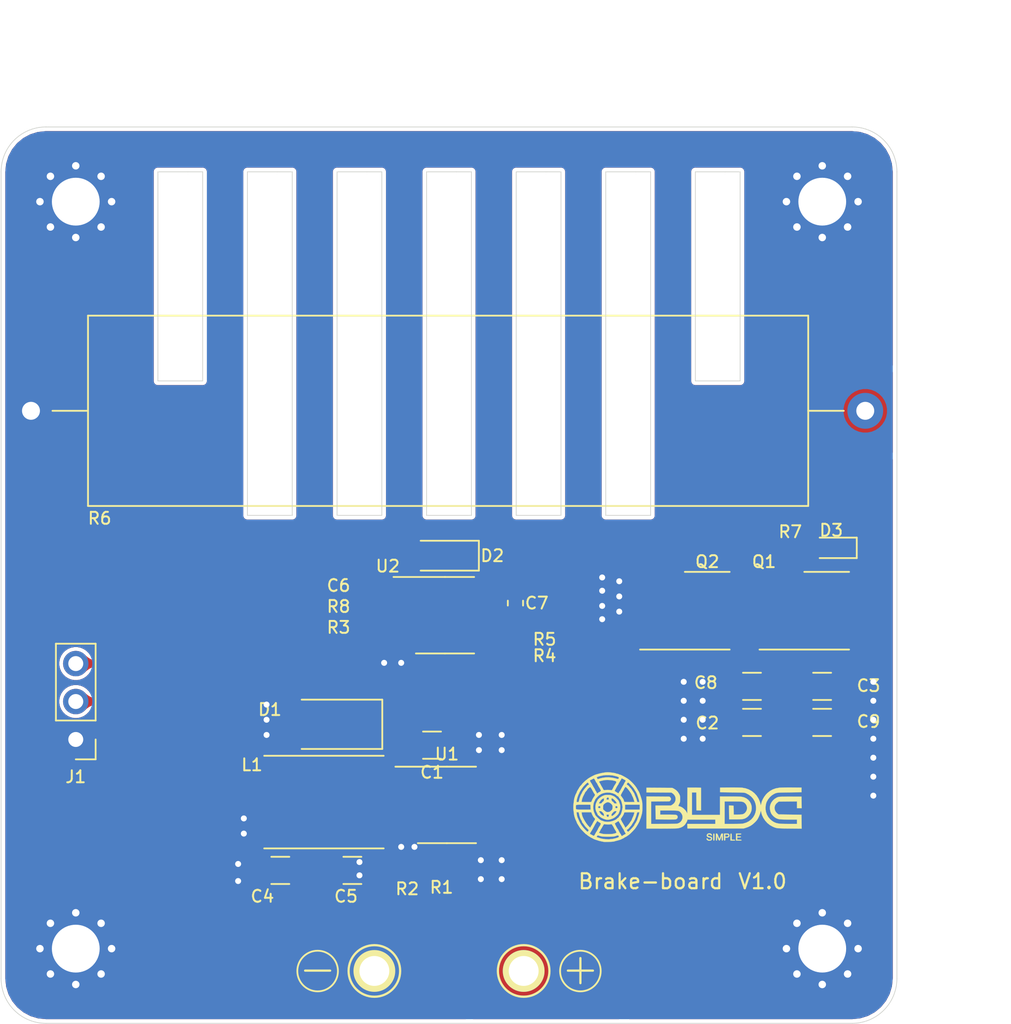
<source format=kicad_pcb>
(kicad_pcb (version 20171130) (host pcbnew "(5.1.6)-1")
  (layers (0 F.Cu signal) (31 B.Cu signal) (34 B.Paste user) (35 F.Paste user) (36 B.SilkS user) (37 F.SilkS user) (38 B.Mask user) (39 F.Mask user) (44 Edge.Cuts user))
  (net 0 "")
  (net 1 VBUS)
  (net 2 GND)
  (net 3 +9V)
  (net 4 "Net-(C7-Pad2)")
  (net 5 "Net-(C7-Pad1)")
  (net 6 "Net-(D1-Pad1)")
  (net 7 "Net-(D3-Pad2)")
  (net 8 /BRAKE_H)
  (net 9 "Net-(Q1-Pad1)")
  (net 10 "Net-(Q2-Pad1)")
  (net 11 "Net-(R1-Pad1)")
  (net 12 "Net-(R3-Pad2)")
  (net 13 "Net-(R4-Pad2)")
  (net 14 "Net-(R5-Pad2)")
  (net 15 "Net-(J1-Pad3)")
  (module Resistor_SMD:R_0402_1005Metric (layer F.Cu) (at 151.4348 118.1108)
    (fp_text reference R8 (at -1.8348 -0.0108) (layer F.SilkS) (effects (font (size 0.8 0.8) (thickness 0.13))))
    (fp_text value 100R)
    (pad 1 smd roundrect (at -0.485 0) (size 0.59 0.64) (layers F.Cu F.Paste F.Mask) (net 15 "Net-(J1-Pad3)"))
    (pad 2 smd roundrect (at 0.485 0) (size 0.59 0.64) (layers F.Cu F.Paste F.Mask) (net 8 /BRAKE_H))
  )
  (module crf1:1pin_2mm (layer F.Cu) (at 162 142.494)
    (fp_text reference POS1 hide)
    (fp_text value POS)
    (pad 1 thru_hole circle (at 0 0) (size 2.8 2.8) (drill 2) (layers *.Cu *.Mask F.SilkS) (net 1 VBUS))
  )
  (module crf1:1pin_2mm (layer F.Cu) (at 152 142.494)
    (fp_text reference NEG1 hide)
    (fp_text value MOTOR3)
    (pad 1 thru_hole circle (at 0 0) (size 2.8 2.8) (drill 2) (layers *.Cu *.Mask F.SilkS) (net 2 GND))
  )
  (module Package_SO:SOIC-8_3.9x4.9mm_P1.27mm (layer F.Cu) (at 156.732 118.683)
    (fp_text reference U2 (at -3.832 -3.283) (layer F.SilkS) (effects (font (size 0.8 0.8) (thickness 0.13))))
    (fp_text value IRS2101S)
    (pad 1 smd roundrect (at -2.475 -1.905) (size 1.95 0.6) (layers F.Cu F.Paste F.Mask) (net 3 +9V))
    (pad 2 smd roundrect (at -2.475 -0.635) (size 1.95 0.6) (layers F.Cu F.Paste F.Mask) (net 8 /BRAKE_H))
    (pad 3 smd roundrect (at -2.475 0.635) (size 1.95 0.6) (layers F.Cu F.Paste F.Mask) (net 12 "Net-(R3-Pad2)"))
    (pad 4 smd roundrect (at -2.475 1.905) (size 1.95 0.6) (layers F.Cu F.Paste F.Mask) (net 2 GND))
    (pad 5 smd roundrect (at 2.475 1.905) (size 1.95 0.6) (layers F.Cu F.Paste F.Mask) (net 14 "Net-(R5-Pad2)"))
    (pad 6 smd roundrect (at 2.475 0.635) (size 1.95 0.6) (layers F.Cu F.Paste F.Mask) (net 4 "Net-(C7-Pad2)"))
    (pad 7 smd roundrect (at 2.475 -0.635) (size 1.95 0.6) (layers F.Cu F.Paste F.Mask) (net 13 "Net-(R4-Pad2)"))
    (pad 8 smd roundrect (at 2.475 -1.905) (size 1.95 0.6) (layers F.Cu F.Paste F.Mask) (net 5 "Net-(C7-Pad1)"))
  )
  (module Package_SO:SOIC-8_3.9x4.9mm_P1.27mm (layer F.Cu) (at 156.859 131.381)
    (fp_text reference U1 (at 0 -3.4) (layer F.SilkS) (effects (font (size 0.8 0.8) (thickness 0.13))))
    (fp_text value XL1509-ADJE1)
    (pad 1 smd roundrect (at -2.475 -1.905) (size 1.95 0.6) (layers F.Cu F.Paste F.Mask) (net 1 VBUS))
    (pad 2 smd roundrect (at -2.475 -0.635) (size 1.95 0.6) (layers F.Cu F.Paste F.Mask) (net 6 "Net-(D1-Pad1)"))
    (pad 3 smd roundrect (at -2.475 0.635) (size 1.95 0.6) (layers F.Cu F.Paste F.Mask) (net 11 "Net-(R1-Pad1)"))
    (pad 4 smd roundrect (at -2.475 1.905) (size 1.95 0.6) (layers F.Cu F.Paste F.Mask) (net 2 GND))
    (pad 5 smd roundrect (at 2.475 1.905) (size 1.95 0.6) (layers F.Cu F.Paste F.Mask) (net 2 GND))
    (pad 6 smd roundrect (at 2.475 0.635) (size 1.95 0.6) (layers F.Cu F.Paste F.Mask) (net 2 GND))
    (pad 7 smd roundrect (at 2.475 -0.635) (size 1.95 0.6) (layers F.Cu F.Paste F.Mask) (net 2 GND))
    (pad 8 smd roundrect (at 2.475 -1.905) (size 1.95 0.6) (layers F.Cu F.Paste F.Mask) (net 2 GND))
  )
  (module Resistor_SMD:R_0402_1005Metric (layer F.Cu) (at 179.855 114.173 180)
    (fp_text reference R7 (at 0 1.073) (layer F.SilkS) (effects (font (size 0.8 0.8) (thickness 0.13))))
    (fp_text value 5.1k)
    (pad 1 smd roundrect (at -0.485 0 180) (size 0.59 0.64) (layers F.Cu F.Paste F.Mask) (net 7 "Net-(D3-Pad2)"))
    (pad 2 smd roundrect (at 0.485 0 180) (size 0.59 0.64) (layers F.Cu F.Paste F.Mask) (net 4 "Net-(C7-Pad2)"))
  )
  (module Resistor_THT:R_Axial_Power_L48.0mm_W12.5mm_P55.88mm (layer F.Cu) (at 129 105)
    (fp_text reference R6 (at 4.6 7.2) (layer F.SilkS) (effects (font (size 0.8 0.8) (thickness 0.13))))
    (fp_text value 1R)
    (pad 1 thru_hole circle (at 0 0) (size 2.4 2.4) (drill 1.2) (layers *.Cu *.Mask) (net 2 GND))
    (pad 2 thru_hole oval (at 55.88 0) (size 2.4 2.4) (drill 1.2) (layers *.Cu *.Mask) (net 4 "Net-(C7-Pad2)"))
  )
  (module Resistor_SMD:R_0402_1005Metric (layer F.Cu) (at 161.703 120.219 180)
    (fp_text reference R5 (at -1.697 -0.081) (layer F.SilkS) (effects (font (size 0.8 0.8) (thickness 0.13))))
    (fp_text value 10R)
    (pad 1 smd roundrect (at -0.485 0 180) (size 0.59 0.64) (layers F.Cu F.Paste F.Mask) (net 10 "Net-(Q2-Pad1)"))
    (pad 2 smd roundrect (at 0.485 0 180) (size 0.59 0.64) (layers F.Cu F.Paste F.Mask) (net 14 "Net-(R5-Pad2)"))
  )
  (module Resistor_SMD:R_0402_1005Metric (layer F.Cu) (at 161.703 121.235 180)
    (fp_text reference R4 (at -1.697 -0.165) (layer F.SilkS) (effects (font (size 0.8 0.8) (thickness 0.13))))
    (fp_text value 10R)
    (pad 1 smd roundrect (at -0.485 0 180) (size 0.59 0.64) (layers F.Cu F.Paste F.Mask) (net 9 "Net-(Q1-Pad1)"))
    (pad 2 smd roundrect (at 0.485 0 180) (size 0.59 0.64) (layers F.Cu F.Paste F.Mask) (net 13 "Net-(R4-Pad2)"))
  )
  (module Resistor_SMD:R_0402_1005Metric (layer F.Cu) (at 151.416 119.523)
    (fp_text reference R3 (at -1.816 -0.023) (layer F.SilkS) (effects (font (size 0.8 0.8) (thickness 0.13))))
    (fp_text value 5.1k)
    (pad 1 smd roundrect (at -0.485 0) (size 0.59 0.64) (layers F.Cu F.Paste F.Mask) (net 2 GND))
    (pad 2 smd roundrect (at 0.485 0) (size 0.59 0.64) (layers F.Cu F.Paste F.Mask) (net 12 "Net-(R3-Pad2)"))
  )
  (module Resistor_SMD:R_0402_1005Metric (layer F.Cu) (at 154.178 135.84)
    (fp_text reference R2 (at 0.022 1.16) (layer F.SilkS) (effects (font (size 0.8 0.8) (thickness 0.13))))
    (fp_text value 39k)
    (pad 1 smd roundrect (at -0.485 0) (size 0.59 0.64) (layers F.Cu F.Paste F.Mask) (net 3 +9V))
    (pad 2 smd roundrect (at 0.485 0) (size 0.59 0.64) (layers F.Cu F.Paste F.Mask) (net 11 "Net-(R1-Pad1)"))
  )
  (module Resistor_SMD:R_0402_1005Metric (layer F.Cu) (at 156.337 135.84)
    (fp_text reference R1 (at 0.163 1.06) (layer F.SilkS) (effects (font (size 0.8 0.8) (thickness 0.13))))
    (fp_text value 5.1k)
    (pad 1 smd roundrect (at -0.485 0) (size 0.59 0.64) (layers F.Cu F.Paste F.Mask) (net 11 "Net-(R1-Pad1)"))
    (pad 2 smd roundrect (at 0.485 0) (size 0.59 0.64) (layers F.Cu F.Paste F.Mask) (net 2 GND))
  )
  (module "crf1:DFN5_5x6_1.27P_(SO-8FL)" (layer F.Cu) (at 172.796 118.381)
    (fp_text reference Q2 (at 1.504 -3.281) (layer F.SilkS) (effects (font (size 0.8 0.8) (thickness 0.13))))
    (fp_text value NTMFS4C08N)
    (pad 2 smd rect (at -0.4 0 270) (size 5.56 0.905) (layers F.Cu F.Mask) (net 4 "Net-(C7-Pad2)"))
    (pad 2 smd rect (at 0.8 0 270) (size 4.56 3.7) (layers F.Cu F.Mask) (net 4 "Net-(C7-Pad2)"))
    (pad 2 smd rect (at 2.9 -1.905 270) (size 0.75 1.1) (layers F.Cu F.Paste F.Mask) (net 4 "Net-(C7-Pad2)"))
    (pad 2 smd rect (at 2.9 1.905 270) (size 0.75 1.1) (layers F.Cu F.Paste F.Mask) (net 4 "Net-(C7-Pad2)"))
    (pad 1 smd rect (at -2.9 1.905 270) (size 0.75 1.1) (layers F.Cu F.Paste F.Mask) (net 10 "Net-(Q2-Pad1)"))
    (pad 3 smd rect (at -2.9 0.635 270) (size 0.75 1.1) (layers F.Cu F.Paste F.Mask) (net 2 GND))
    (pad 3 smd rect (at -2.9 -0.635 270) (size 0.75 1.1) (layers F.Cu F.Paste F.Mask) (net 2 GND))
    (pad 3 smd rect (at -2.9 -1.905 270) (size 0.75 1.1) (layers F.Cu F.Paste F.Mask) (net 2 GND))
    (pad 2 smd rect (at 2.9 -0.635 270) (size 0.75 1.1) (layers F.Cu F.Paste F.Mask) (net 4 "Net-(C7-Pad2)"))
    (pad 2 smd rect (at 2.9 0.635 270) (size 0.75 1.1) (layers F.Cu F.Paste F.Mask) (net 4 "Net-(C7-Pad2)"))
  )
  (module "crf1:DFN5_5x6_1.27P_(SO-8FL)" (layer F.Cu) (at 180.796 118.381)
    (fp_text reference Q1 (at -2.696 -3.281) (layer F.SilkS) (effects (font (size 0.8 0.8) (thickness 0.13))))
    (fp_text value NTMFS4C08N)
    (pad 2 smd rect (at -0.4 0 270) (size 5.56 0.905) (layers F.Cu F.Mask) (net 1 VBUS))
    (pad 2 smd rect (at 0.8 0 270) (size 4.56 3.7) (layers F.Cu F.Mask) (net 1 VBUS))
    (pad 2 smd rect (at 2.9 -1.905 270) (size 0.75 1.1) (layers F.Cu F.Paste F.Mask) (net 1 VBUS))
    (pad 2 smd rect (at 2.9 1.905 270) (size 0.75 1.1) (layers F.Cu F.Paste F.Mask) (net 1 VBUS))
    (pad 1 smd rect (at -2.9 1.905 270) (size 0.75 1.1) (layers F.Cu F.Paste F.Mask) (net 9 "Net-(Q1-Pad1)"))
    (pad 3 smd rect (at -2.9 0.635 270) (size 0.75 1.1) (layers F.Cu F.Paste F.Mask) (net 4 "Net-(C7-Pad2)"))
    (pad 3 smd rect (at -2.9 -0.635 270) (size 0.75 1.1) (layers F.Cu F.Paste F.Mask) (net 4 "Net-(C7-Pad2)"))
    (pad 3 smd rect (at -2.9 -1.905 270) (size 0.75 1.1) (layers F.Cu F.Paste F.Mask) (net 4 "Net-(C7-Pad2)"))
    (pad 2 smd rect (at 2.9 -0.635 270) (size 0.75 1.1) (layers F.Cu F.Paste F.Mask) (net 1 VBUS))
    (pad 2 smd rect (at 2.9 0.635 270) (size 0.75 1.1) (layers F.Cu F.Paste F.Mask) (net 1 VBUS))
  )
  (module Inductor_SMD:L_Taiyo-Yuden_NR-60xx_HandSoldering (layer F.Cu) (at 148.622 131.191 180)
    (fp_text reference L1 (at 4.822 2.491) (layer F.SilkS) (effects (font (size 0.8 0.8) (thickness 0.13))))
    (fp_text value 68uH)
    (pad 1 smd rect (at -2.775 0 180) (size 2.45 5.9) (layers F.Cu F.Paste F.Mask) (net 6 "Net-(D1-Pad1)"))
    (pad 2 smd rect (at 2.775 0 180) (size 2.45 5.9) (layers F.Cu F.Paste F.Mask) (net 3 +9V))
  )
  (module Connector_PinHeader_2.54mm:PinHeader_1x03_P2.54mm_Vertical (layer F.Cu) (at 132 127 180)
    (fp_text reference J1 (at 0 -2.5) (layer F.SilkS) (effects (font (size 0.8 0.8) (thickness 0.13))))
    (fp_text value Conn_01x03)
    (pad 1 thru_hole rect (at 0 0 180) (size 1.7 1.7) (drill 1) (layers *.Cu *.Mask) (net 2 GND))
    (pad 2 thru_hole oval (at 0 2.54 180) (size 1.7 1.7) (drill 1) (layers *.Cu *.Mask) (net 3 +9V))
    (pad 3 thru_hole oval (at 0 5.08 180) (size 1.7 1.7) (drill 1) (layers *.Cu *.Mask) (net 15 "Net-(J1-Pad3)"))
  )
  (module myp:simple-bldc-logo1 (layer F.Cu) (at 173 131.5)
    (fp_text reference H6 hide)
    (fp_text value Logo hide)
  )
  (module MountingHole:MountingHole_3.2mm_M3_Pad_Via (layer F.Cu) (at 132 91)
    (fp_text reference H4 hide)
    (fp_text value MountingHole_Pad)
    (pad 1 thru_hole circle (at 0 0) (size 6.4 6.4) (drill 3.2) (layers *.Cu *.Mask) (net 2 GND))
    (pad 1 thru_hole circle (at 2.4 0) (size 0.8 0.8) (drill 0.5) (layers *.Cu *.Mask) (net 2 GND))
    (pad 1 thru_hole circle (at 1.697056 1.697056) (size 0.8 0.8) (drill 0.5) (layers *.Cu *.Mask) (net 2 GND))
    (pad 1 thru_hole circle (at 0 2.4) (size 0.8 0.8) (drill 0.5) (layers *.Cu *.Mask) (net 2 GND))
    (pad 1 thru_hole circle (at -1.697056 1.697056) (size 0.8 0.8) (drill 0.5) (layers *.Cu *.Mask) (net 2 GND))
    (pad 1 thru_hole circle (at -2.4 0) (size 0.8 0.8) (drill 0.5) (layers *.Cu *.Mask) (net 2 GND))
    (pad 1 thru_hole circle (at -1.697056 -1.697056) (size 0.8 0.8) (drill 0.5) (layers *.Cu *.Mask) (net 2 GND))
    (pad 1 thru_hole circle (at 0 -2.4) (size 0.8 0.8) (drill 0.5) (layers *.Cu *.Mask) (net 2 GND))
    (pad 1 thru_hole circle (at 1.697056 -1.697056) (size 0.8 0.8) (drill 0.5) (layers *.Cu *.Mask) (net 2 GND))
  )
  (module MountingHole:MountingHole_3.2mm_M3_Pad_Via (layer F.Cu) (at 182 91)
    (fp_text reference H3 hide)
    (fp_text value MountingHole_Pad)
    (pad 1 thru_hole circle (at 0 0) (size 6.4 6.4) (drill 3.2) (layers *.Cu *.Mask) (net 2 GND))
    (pad 1 thru_hole circle (at 2.4 0) (size 0.8 0.8) (drill 0.5) (layers *.Cu *.Mask) (net 2 GND))
    (pad 1 thru_hole circle (at 1.697056 1.697056) (size 0.8 0.8) (drill 0.5) (layers *.Cu *.Mask) (net 2 GND))
    (pad 1 thru_hole circle (at 0 2.4) (size 0.8 0.8) (drill 0.5) (layers *.Cu *.Mask) (net 2 GND))
    (pad 1 thru_hole circle (at -1.697056 1.697056) (size 0.8 0.8) (drill 0.5) (layers *.Cu *.Mask) (net 2 GND))
    (pad 1 thru_hole circle (at -2.4 0) (size 0.8 0.8) (drill 0.5) (layers *.Cu *.Mask) (net 2 GND))
    (pad 1 thru_hole circle (at -1.697056 -1.697056) (size 0.8 0.8) (drill 0.5) (layers *.Cu *.Mask) (net 2 GND))
    (pad 1 thru_hole circle (at 0 -2.4) (size 0.8 0.8) (drill 0.5) (layers *.Cu *.Mask) (net 2 GND))
    (pad 1 thru_hole circle (at 1.697056 -1.697056) (size 0.8 0.8) (drill 0.5) (layers *.Cu *.Mask) (net 2 GND))
  )
  (module MountingHole:MountingHole_3.2mm_M3_Pad_Via (layer F.Cu) (at 132 141)
    (fp_text reference H2 hide)
    (fp_text value MountingHole_Pad)
    (pad 1 thru_hole circle (at 0 0) (size 6.4 6.4) (drill 3.2) (layers *.Cu *.Mask) (net 2 GND))
    (pad 1 thru_hole circle (at 2.4 0) (size 0.8 0.8) (drill 0.5) (layers *.Cu *.Mask) (net 2 GND))
    (pad 1 thru_hole circle (at 1.697056 1.697056) (size 0.8 0.8) (drill 0.5) (layers *.Cu *.Mask) (net 2 GND))
    (pad 1 thru_hole circle (at 0 2.4) (size 0.8 0.8) (drill 0.5) (layers *.Cu *.Mask) (net 2 GND))
    (pad 1 thru_hole circle (at -1.697056 1.697056) (size 0.8 0.8) (drill 0.5) (layers *.Cu *.Mask) (net 2 GND))
    (pad 1 thru_hole circle (at -2.4 0) (size 0.8 0.8) (drill 0.5) (layers *.Cu *.Mask) (net 2 GND))
    (pad 1 thru_hole circle (at -1.697056 -1.697056) (size 0.8 0.8) (drill 0.5) (layers *.Cu *.Mask) (net 2 GND))
    (pad 1 thru_hole circle (at 0 -2.4) (size 0.8 0.8) (drill 0.5) (layers *.Cu *.Mask) (net 2 GND))
    (pad 1 thru_hole circle (at 1.697056 -1.697056) (size 0.8 0.8) (drill 0.5) (layers *.Cu *.Mask) (net 2 GND))
  )
  (module MountingHole:MountingHole_3.2mm_M3_Pad_Via (layer F.Cu) (at 182 141)
    (fp_text reference H1 hide)
    (fp_text value MountingHole_Pad)
    (pad 1 thru_hole circle (at 0 0) (size 6.4 6.4) (drill 3.2) (layers *.Cu *.Mask) (net 2 GND))
    (pad 1 thru_hole circle (at 2.4 0) (size 0.8 0.8) (drill 0.5) (layers *.Cu *.Mask) (net 2 GND))
    (pad 1 thru_hole circle (at 1.697056 1.697056) (size 0.8 0.8) (drill 0.5) (layers *.Cu *.Mask) (net 2 GND))
    (pad 1 thru_hole circle (at 0 2.4) (size 0.8 0.8) (drill 0.5) (layers *.Cu *.Mask) (net 2 GND))
    (pad 1 thru_hole circle (at -1.697056 1.697056) (size 0.8 0.8) (drill 0.5) (layers *.Cu *.Mask) (net 2 GND))
    (pad 1 thru_hole circle (at -2.4 0) (size 0.8 0.8) (drill 0.5) (layers *.Cu *.Mask) (net 2 GND))
    (pad 1 thru_hole circle (at -1.697056 -1.697056) (size 0.8 0.8) (drill 0.5) (layers *.Cu *.Mask) (net 2 GND))
    (pad 1 thru_hole circle (at 0 -2.4) (size 0.8 0.8) (drill 0.5) (layers *.Cu *.Mask) (net 2 GND))
    (pad 1 thru_hole circle (at 1.697056 -1.697056) (size 0.8 0.8) (drill 0.5) (layers *.Cu *.Mask) (net 2 GND))
  )
  (module LED_SMD:LED_0603_1608Metric_Castellated (layer F.Cu) (at 182.626 114.173 180)
    (fp_text reference D3 (at 0.026 1.173) (layer F.SilkS) (effects (font (size 0.8 0.8) (thickness 0.13))))
    (fp_text value LED_RED)
    (pad 1 smd roundrect (at -0.8125 0 180) (size 1.225 0.85) (layers F.Cu F.Paste F.Mask) (net 2 GND))
    (pad 2 smd roundrect (at 0.8125 0 180) (size 1.225 0.85) (layers F.Cu F.Paste F.Mask) (net 7 "Net-(D3-Pad2)"))
  )
  (module Diode_SMD:D_SOD-123 (layer F.Cu) (at 156.75 114.697 180)
    (fp_text reference D2 (at -3.15 -0.003) (layer F.SilkS) (effects (font (size 0.8 0.8) (thickness 0.13))))
    (fp_text value B5819W)
    (pad 1 smd rect (at -1.65 0 180) (size 0.9 1.2) (layers F.Cu F.Paste F.Mask) (net 5 "Net-(C7-Pad1)"))
    (pad 2 smd rect (at 1.65 0 180) (size 0.9 1.2) (layers F.Cu F.Paste F.Mask) (net 3 +9V))
  )
  (module Diode_SMD:D_SMA (layer F.Cu) (at 149.13 125.984 180)
    (fp_text reference D1 (at 4.13 0.984) (layer F.SilkS) (effects (font (size 0.8 0.8) (thickness 0.13))))
    (fp_text value SS34)
    (pad 1 smd rect (at -2 0 180) (size 2.5 1.8) (layers F.Cu F.Paste F.Mask) (net 6 "Net-(D1-Pad1)"))
    (pad 2 smd rect (at 2 0 180) (size 2.5 1.8) (layers F.Cu F.Paste F.Mask) (net 2 GND))
  )
  (module Capacitor_SMD:C_1206_3216Metric (layer F.Cu) (at 181.991 125.857 180)
    (fp_text reference C9 (at -3.109 0.057) (layer F.SilkS) (effects (font (size 0.8 0.8) (thickness 0.13))))
    (fp_text value "22uF, 25V")
    (pad 1 smd roundrect (at -1.4 0 180) (size 1.25 1.75) (layers F.Cu F.Paste F.Mask) (roundrect_rratio 0.2) (net 2 GND))
    (pad 2 smd roundrect (at 1.4 0 180) (size 1.25 1.75) (layers F.Cu F.Paste F.Mask) (roundrect_rratio 0.2) (net 1 VBUS))
  )
  (module Capacitor_SMD:C_1206_3216Metric (layer F.Cu) (at 177.292 123.444)
    (fp_text reference C8 (at -3.092 -0.244) (layer F.SilkS) (effects (font (size 0.8 0.8) (thickness 0.13))))
    (fp_text value "22uF, 25V")
    (pad 1 smd roundrect (at -1.4 0) (size 1.25 1.75) (layers F.Cu F.Paste F.Mask) (roundrect_rratio 0.2) (net 2 GND))
    (pad 2 smd roundrect (at 1.4 0) (size 1.25 1.75) (layers F.Cu F.Paste F.Mask) (roundrect_rratio 0.2) (net 1 VBUS))
  )
  (module Capacitor_SMD:C_0603_1608Metric (layer F.Cu) (at 161.449 117.872 270)
    (fp_text reference C7 (at 0 -1.43 180) (layer F.SilkS) (effects (font (size 0.8 0.8) (thickness 0.13))))
    (fp_text value 220n)
    (pad 1 smd roundrect (at -0.7875 0 270) (size 0.875 0.95) (layers F.Cu F.Paste F.Mask) (net 5 "Net-(C7-Pad1)"))
    (pad 2 smd roundrect (at 0.7875 0 270) (size 0.875 0.95) (layers F.Cu F.Paste F.Mask) (net 4 "Net-(C7-Pad2)"))
  )
  (module Capacitor_SMD:C_0402_1005Metric (layer F.Cu) (at 151.416 116.729 180)
    (fp_text reference C6 (at 1.816 0.029) (layer F.SilkS) (effects (font (size 0.8 0.8) (thickness 0.13))))
    (fp_text value 2.2u)
    (pad 1 smd roundrect (at -0.485 0 180) (size 0.59 0.64) (layers F.Cu F.Paste F.Mask) (net 3 +9V))
    (pad 2 smd roundrect (at 0.485 0 180) (size 0.59 0.64) (layers F.Cu F.Paste F.Mask) (net 2 GND))
  )
  (module Capacitor_SMD:C_1206_3216Metric (layer F.Cu) (at 150.527 135.763 180)
    (fp_text reference C5 (at 0.427 -1.737) (layer F.SilkS) (effects (font (size 0.8 0.8) (thickness 0.13))))
    (fp_text value "22uF, 25V")
    (pad 1 smd roundrect (at -1.4 0 180) (size 1.25 1.75) (layers F.Cu F.Paste F.Mask) (roundrect_rratio 0.2) (net 2 GND))
    (pad 2 smd roundrect (at 1.4 0 180) (size 1.25 1.75) (layers F.Cu F.Paste F.Mask) (roundrect_rratio 0.2) (net 3 +9V))
  )
  (module Capacitor_SMD:C_1206_3216Metric (layer F.Cu) (at 145.701 135.763)
    (fp_text reference C4 (at -1.201 1.737) (layer F.SilkS) (effects (font (size 0.8 0.8) (thickness 0.13))))
    (fp_text value "22uF, 25V")
    (pad 1 smd roundrect (at -1.4 0) (size 1.25 1.75) (layers F.Cu F.Paste F.Mask) (roundrect_rratio 0.2) (net 2 GND))
    (pad 2 smd roundrect (at 1.4 0) (size 1.25 1.75) (layers F.Cu F.Paste F.Mask) (roundrect_rratio 0.2) (net 3 +9V))
  )
  (module Capacitor_SMD:C_1206_3216Metric (layer F.Cu) (at 181.991 123.444 180)
    (fp_text reference C3 (at -3.109 0.044) (layer F.SilkS) (effects (font (size 0.8 0.8) (thickness 0.13))))
    (fp_text value "22uF, 25V")
    (pad 1 smd roundrect (at -1.4 0 180) (size 1.25 1.75) (layers F.Cu F.Paste F.Mask) (roundrect_rratio 0.2) (net 2 GND))
    (pad 2 smd roundrect (at 1.4 0 180) (size 1.25 1.75) (layers F.Cu F.Paste F.Mask) (roundrect_rratio 0.2) (net 1 VBUS))
  )
  (module Capacitor_SMD:C_1206_3216Metric (layer F.Cu) (at 177.292 125.857)
    (fp_text reference C2 (at -2.992 0.043) (layer F.SilkS) (effects (font (size 0.8 0.8) (thickness 0.13))))
    (fp_text value "22uF, 25V")
    (pad 1 smd roundrect (at -1.4 0) (size 1.25 1.75) (layers F.Cu F.Paste F.Mask) (roundrect_rratio 0.2) (net 2 GND))
    (pad 2 smd roundrect (at 1.4 0) (size 1.25 1.75) (layers F.Cu F.Paste F.Mask) (roundrect_rratio 0.2) (net 1 VBUS))
  )
  (module Capacitor_SMD:C_1206_3216Metric (layer F.Cu) (at 155.861 127.381 180)
    (fp_text reference C1 (at 0 -1.82) (layer F.SilkS) (effects (font (size 0.8 0.8) (thickness 0.13))))
    (fp_text value "22uF, 25V")
    (pad 1 smd roundrect (at -1.4 0 180) (size 1.25 1.75) (layers F.Cu F.Paste F.Mask) (roundrect_rratio 0.2) (net 2 GND))
    (pad 2 smd roundrect (at 1.4 0 180) (size 1.25 1.75) (layers F.Cu F.Paste F.Mask) (roundrect_rratio 0.2) (net 1 VBUS))
  )
  (gr_line (start 176.5 89) (end 176.5 103) (layer Edge.Cuts) (width 0.05))
  (gr_line (start 176.5 103) (end 173.5 103) (layer Edge.Cuts) (width 0.05))
  (gr_line (start 175.5 89) (end 176.5 89) (layer Edge.Cuts) (width 0.05))
  (gr_line (start 173.5 89) (end 175.5 89) (layer Edge.Cuts) (width 0.05))
  (gr_line (start 173.5 103) (end 173.5 89) (layer Edge.Cuts) (width 0.05))
  (gr_line (start 170.5 89) (end 170.5 112) (layer Edge.Cuts) (width 0.05))
  (gr_line (start 170.5 112) (end 167.5 112) (layer Edge.Cuts) (width 0.05))
  (gr_line (start 169.5 89) (end 170.5 89) (layer Edge.Cuts) (width 0.05))
  (gr_line (start 167.5 89) (end 169.5 89) (layer Edge.Cuts) (width 0.05))
  (gr_line (start 167.5 112) (end 167.5 89) (layer Edge.Cuts) (width 0.05))
  (gr_line (start 164.5 89) (end 164.5 112) (layer Edge.Cuts) (width 0.05))
  (gr_line (start 164.5 112) (end 161.5 112) (layer Edge.Cuts) (width 0.05))
  (gr_line (start 163.5 89) (end 164.5 89) (layer Edge.Cuts) (width 0.05))
  (gr_line (start 161.5 89) (end 163.5 89) (layer Edge.Cuts) (width 0.05))
  (gr_line (start 161.5 112) (end 161.5 89) (layer Edge.Cuts) (width 0.05))
  (gr_line (start 158.5 89) (end 158.5 112) (layer Edge.Cuts) (width 0.05))
  (gr_line (start 158.5 112) (end 155.5 112) (layer Edge.Cuts) (width 0.05))
  (gr_line (start 157.5 89) (end 158.5 89) (layer Edge.Cuts) (width 0.05))
  (gr_line (start 155.5 89) (end 157.5 89) (layer Edge.Cuts) (width 0.05))
  (gr_line (start 155.5 112) (end 155.5 89) (layer Edge.Cuts) (width 0.05))
  (gr_line (start 152.5 89) (end 152.5 112) (layer Edge.Cuts) (width 0.05))
  (gr_line (start 152.5 112) (end 149.5 112) (layer Edge.Cuts) (width 0.05))
  (gr_line (start 151.5 89) (end 152.5 89) (layer Edge.Cuts) (width 0.05))
  (gr_line (start 149.5 89) (end 151.5 89) (layer Edge.Cuts) (width 0.05))
  (gr_line (start 149.5 112) (end 149.5 89) (layer Edge.Cuts) (width 0.05))
  (gr_line (start 146.5 89) (end 146.5 112) (layer Edge.Cuts) (width 0.05))
  (gr_line (start 146.5 112) (end 143.5 112) (layer Edge.Cuts) (width 0.05))
  (gr_line (start 145.5 89) (end 146.5 89) (layer Edge.Cuts) (width 0.05))
  (gr_line (start 143.5 89) (end 145.5 89) (layer Edge.Cuts) (width 0.05))
  (gr_line (start 143.5 112) (end 143.5 89) (layer Edge.Cuts) (width 0.05))
  (gr_line (start 140.5 103) (end 137.5 103) (layer Edge.Cuts) (width 0.05))
  (gr_line (start 140.5 89) (end 140.5 103) (layer Edge.Cuts) (width 0.05))
  (gr_line (start 139.5 89) (end 140.5 89) (layer Edge.Cuts) (width 0.05))
  (gr_line (start 137.5 89) (end 139.5 89) (layer Edge.Cuts) (width 0.05))
  (gr_line (start 137.5 103) (end 137.5 89) (layer Edge.Cuts) (width 0.05))
  (gr_circle (center 165.8 142.5) (end 166.6 141.4) (layer F.SilkS) (width 0.12))
  (gr_text + (at 165.8 142.3) (layer F.SilkS) (effects (font (size 2.2 2.2))))
  (gr_text - (at 148.2 142.3) (layer F.SilkS) (effects (font (size 2.2 2.2))))
  (gr_circle (center 148.2 142.5) (end 149 141.4) (layer F.SilkS) (width 0.12))
  (gr_text V1.0 (at 178 136.5) (layer F.SilkS) (effects (font (size 1 1))))
  (gr_text Brake-board (at 170.5 136.5) (layer F.SilkS) (effects (font (size 1 1))))
  (gr_arc (start 130 89) (end 130 86) (angle -90) (layer Edge.Cuts) (width 0.05))
  (gr_arc (start 130 143) (end 127 143) (angle -90) (layer Edge.Cuts) (width 0.05))
  (gr_arc (start 184 143) (end 184 146) (angle -90) (layer Edge.Cuts) (width 0.05))
  (gr_arc (start 184 89) (end 187 89) (angle -90) (layer Edge.Cuts) (width 0.05))
  (gr_line (start 127 89) (end 127 143) (layer Edge.Cuts) (width 0.05))
  (gr_line (start 184 86) (end 130 86) (layer Edge.Cuts) (width 0.05))
  (gr_line (start 187 143) (end 187 89) (layer Edge.Cuts) (width 0.05))
  (gr_line (start 130 146) (end 184 146) (layer Edge.Cuts) (width 0.05))
  (segment (start 154.384 127.458) (end 154.461 127.381) (width 0.5) (layer F.Cu) (net 1))
  (segment (start 154.384 129.476) (end 154.384 127.458) (width 0.5) (layer F.Cu) (net 1))
  (segment (start 162 126.517) (end 162 142.494) (width 0.5) (layer F.Cu) (net 1))
  (segment (start 160.274 124.791) (end 162 126.517) (width 0.5) (layer F.Cu) (net 1))
  (segment (start 155.575 124.791) (end 160.274 124.791) (width 0.5) (layer F.Cu) (net 1))
  (segment (start 154.461 127.381) (end 154.461 125.905) (width 0.5) (layer F.Cu) (net 1))
  (segment (start 154.461 125.905) (end 155.575 124.791) (width 0.5) (layer F.Cu) (net 1))
  (via (at 167.259 116.155) (size 0.8) (drill 0.4) (layers F.Cu B.Cu) (net 2))
  (via (at 167.259 117.044) (size 0.8) (drill 0.4) (layers F.Cu B.Cu) (net 2))
  (via (at 167.259 118.949) (size 0.8) (drill 0.4) (layers F.Cu B.Cu) (net 2))
  (via (at 168.402 117.425) (size 0.8) (drill 0.4) (layers F.Cu B.Cu) (net 2))
  (via (at 168.402 116.409) (size 0.8) (drill 0.4) (layers F.Cu B.Cu) (net 2))
  (via (at 167.259 118.06) (size 0.8) (drill 0.4) (layers F.Cu B.Cu) (net 2))
  (via (at 168.402 118.441) (size 0.8) (drill 0.4) (layers F.Cu B.Cu) (net 2))
  (via (at 154.686 134.189) (size 0.8) (drill 0.4) (layers F.Cu B.Cu) (net 2))
  (via (at 153.797 134.189) (size 0.8) (drill 0.4) (layers F.Cu B.Cu) (net 2))
  (via (at 151.003 135.205) (size 0.8) (drill 0.4) (layers F.Cu B.Cu) (net 2))
  (via (at 151.003 136.094) (size 0.8) (drill 0.4) (layers F.Cu B.Cu) (net 2))
  (via (at 142.875 135.332) (size 0.8) (drill 0.4) (layers F.Cu B.Cu) (net 2))
  (via (at 142.875 136.475) (size 0.8) (drill 0.4) (layers F.Cu B.Cu) (net 2))
  (via (at 160.528 135.078) (size 0.8) (drill 0.4) (layers F.Cu B.Cu) (net 2))
  (via (at 160.528 136.348) (size 0.8) (drill 0.4) (layers F.Cu B.Cu) (net 2))
  (via (at 159.131 135.078) (size 0.8) (drill 0.4) (layers F.Cu B.Cu) (net 2))
  (via (at 159.131 136.348) (size 0.8) (drill 0.4) (layers F.Cu B.Cu) (net 2))
  (via (at 173.99 123.14) (size 0.8) (drill 0.4) (layers F.Cu B.Cu) (net 2))
  (via (at 173.99 124.41) (size 0.8) (drill 0.4) (layers F.Cu B.Cu) (net 2))
  (via (at 173.99 125.68) (size 0.8) (drill 0.4) (layers F.Cu B.Cu) (net 2))
  (via (at 173.99 126.95) (size 0.8) (drill 0.4) (layers F.Cu B.Cu) (net 2))
  (via (at 172.72 126.95) (size 0.8) (drill 0.4) (layers F.Cu B.Cu) (net 2))
  (via (at 172.72 125.68) (size 0.8) (drill 0.4) (layers F.Cu B.Cu) (net 2))
  (via (at 172.72 124.41) (size 0.8) (drill 0.4) (layers F.Cu B.Cu) (net 2))
  (via (at 172.72 123.14) (size 0.8) (drill 0.4) (layers F.Cu B.Cu) (net 2))
  (via (at 185.42 123.14) (size 0.8) (drill 0.4) (layers F.Cu B.Cu) (net 2))
  (via (at 185.42 124.41) (size 0.8) (drill 0.4) (layers F.Cu B.Cu) (net 2))
  (via (at 185.42 125.68) (size 0.8) (drill 0.4) (layers F.Cu B.Cu) (net 2))
  (via (at 185.42 126.95) (size 0.8) (drill 0.4) (layers F.Cu B.Cu) (net 2))
  (via (at 159.004 126.696) (size 0.8) (drill 0.4) (layers F.Cu B.Cu) (net 2))
  (via (at 159.004 127.712) (size 0.8) (drill 0.4) (layers F.Cu B.Cu) (net 2))
  (via (at 160.528 127.712) (size 0.8) (drill 0.4) (layers F.Cu B.Cu) (net 2))
  (via (at 160.528 126.696) (size 0.8) (drill 0.4) (layers F.Cu B.Cu) (net 2))
  (via (at 144.78 124.664) (size 0.8) (drill 0.4) (layers F.Cu B.Cu) (net 2))
  (via (at 144.78 125.68) (size 0.8) (drill 0.4) (layers F.Cu B.Cu) (net 2))
  (via (at 144.78 126.696) (size 0.8) (drill 0.4) (layers F.Cu B.Cu) (net 2))
  (via (at 143.256 132.284) (size 0.8) (drill 0.4) (layers F.Cu B.Cu) (net 2))
  (via (at 143.256 133.3) (size 0.8) (drill 0.4) (layers F.Cu B.Cu) (net 2))
  (via (at 185.42 128.22) (size 0.8) (drill 0.4) (layers F.Cu B.Cu) (net 2))
  (via (at 185.42 129.49) (size 0.8) (drill 0.4) (layers F.Cu B.Cu) (net 2))
  (via (at 185.42 130.76) (size 0.8) (drill 0.4) (layers F.Cu B.Cu) (net 2))
  (via (at 153.797 121.87) (size 0.8) (drill 0.4) (layers F.Cu B.Cu) (net 2))
  (via (at 152.654 121.87) (size 0.8) (drill 0.4) (layers F.Cu B.Cu) (net 2))
  (segment (start 153.693 135.84) (end 153.693 136.579) (width 0.25) (layer F.Cu) (net 3))
  (segment (start 153.693 136.579) (end 152.781 137.491) (width 0.25) (layer F.Cu) (net 3))
  (segment (start 150.855 137.491) (end 149.127 135.763) (width 0.25) (layer F.Cu) (net 3))
  (segment (start 152.781 137.491) (end 150.855 137.491) (width 0.25) (layer F.Cu) (net 3))
  (segment (start 154.208 116.729) (end 154.257 116.778) (width 0.5) (layer F.Cu) (net 3))
  (segment (start 151.901 116.729) (end 154.208 116.729) (width 0.5) (layer F.Cu) (net 3))
  (segment (start 155.1 115.935) (end 154.257 116.778) (width 0.25) (layer F.Cu) (net 3))
  (segment (start 155.1 114.697) (end 155.1 115.935) (width 0.25) (layer F.Cu) (net 3))
  (segment (start 135.051 124.46) (end 132 124.46) (width 0.3) (layer F.Cu) (net 3))
  (segment (start 136.117 123.394) (end 135.051 124.46) (width 0.3) (layer F.Cu) (net 3))
  (segment (start 155.563 116.778) (end 156.083 117.298) (width 0.3) (layer F.Cu) (net 3))
  (segment (start 154.257 116.778) (end 155.563 116.778) (width 0.3) (layer F.Cu) (net 3))
  (segment (start 156.083 117.298) (end 156.083 122.251) (width 0.3) (layer F.Cu) (net 3))
  (segment (start 156.083 122.251) (end 154.94 123.394) (width 0.3) (layer F.Cu) (net 3))
  (segment (start 145.847 131.191) (end 143.8902 131.191) (width 0.3) (layer F.Cu) (net 3))
  (segment (start 142.8496 130.1504) (end 142.8496 123.394) (width 0.3) (layer F.Cu) (net 3))
  (segment (start 143.8902 131.191) (end 142.8496 130.1504) (width 0.3) (layer F.Cu) (net 3))
  (segment (start 154.94 123.394) (end 142.8496 123.394) (width 0.3) (layer F.Cu) (net 3))
  (segment (start 142.8496 123.394) (end 136.117 123.394) (width 0.3) (layer F.Cu) (net 3))
  (segment (start 160.7905 119.318) (end 161.449 118.6595) (width 0.25) (layer F.Cu) (net 4))
  (segment (start 159.207 119.318) (end 160.7905 119.318) (width 0.25) (layer F.Cu) (net 4))
  (segment (start 177.804 114.173) (end 173.596 118.381) (width 0.25) (layer F.Cu) (net 4))
  (segment (start 179.37 114.173) (end 177.804 114.173) (width 0.25) (layer F.Cu) (net 4))
  (segment (start 177.896 119.016) (end 177.896 116.476) (width 0.25) (layer F.Cu) (net 4))
  (segment (start 171.9072 115.266) (end 173.596 116.9548) (width 0.25) (layer F.Cu) (net 4))
  (segment (start 166.497 115.266) (end 171.9072 115.266) (width 0.25) (layer F.Cu) (net 4))
  (segment (start 161.449 118.6595) (end 163.1035 118.6595) (width 0.25) (layer F.Cu) (net 4))
  (segment (start 173.596 116.9548) (end 173.596 118.381) (width 0.25) (layer F.Cu) (net 4))
  (segment (start 163.1035 118.6595) (end 166.497 115.266) (width 0.25) (layer F.Cu) (net 4))
  (segment (start 161.1425 116.778) (end 161.449 117.0845) (width 0.25) (layer F.Cu) (net 5))
  (segment (start 159.207 116.778) (end 161.1425 116.778) (width 0.25) (layer F.Cu) (net 5))
  (segment (start 158.4 115.971) (end 159.207 116.778) (width 0.25) (layer F.Cu) (net 5))
  (segment (start 158.4 114.697) (end 158.4 115.971) (width 0.25) (layer F.Cu) (net 5))
  (segment (start 180.34 114.173) (end 181.8135 114.173) (width 0.25) (layer F.Cu) (net 7))
  (segment (start 154.1942 118.1108) (end 154.257 118.048) (width 0.25) (layer F.Cu) (net 8))
  (segment (start 151.9198 118.1108) (end 154.1942 118.1108) (width 0.25) (layer F.Cu) (net 8))
  (segment (start 176.312 121.87) (end 177.896 120.286) (width 0.25) (layer F.Cu) (net 9))
  (segment (start 162.188 121.235) (end 162.823 121.87) (width 0.25) (layer F.Cu) (net 9))
  (segment (start 162.823 121.87) (end 176.312 121.87) (width 0.25) (layer F.Cu) (net 9))
  (segment (start 162.255 120.286) (end 162.188 120.219) (width 0.25) (layer F.Cu) (net 10))
  (segment (start 169.896 120.286) (end 162.255 120.286) (width 0.25) (layer F.Cu) (net 10))
  (segment (start 154.384 132.016) (end 155.561 132.016) (width 0.25) (layer F.Cu) (net 11))
  (segment (start 155.561 132.016) (end 155.852 132.307) (width 0.25) (layer F.Cu) (net 11))
  (segment (start 154.663 135.84) (end 155.852 135.84) (width 0.25) (layer F.Cu) (net 11))
  (segment (start 155.852 132.307) (end 155.852 135.84) (width 0.25) (layer F.Cu) (net 11))
  (segment (start 152.106 119.318) (end 151.901 119.523) (width 0.25) (layer F.Cu) (net 12))
  (segment (start 154.257 119.318) (end 152.106 119.318) (width 0.25) (layer F.Cu) (net 12))
  (segment (start 157.746 118.048) (end 159.207 118.048) (width 0.25) (layer F.Cu) (net 13))
  (segment (start 160.655 121.489) (end 157.861 121.489) (width 0.25) (layer F.Cu) (net 13))
  (segment (start 160.909 121.235) (end 160.655 121.489) (width 0.25) (layer F.Cu) (net 13))
  (segment (start 161.218 121.235) (end 160.909 121.235) (width 0.25) (layer F.Cu) (net 13))
  (segment (start 157.353 120.981) (end 157.353 118.441) (width 0.25) (layer F.Cu) (net 13))
  (segment (start 157.353 118.441) (end 157.746 118.048) (width 0.25) (layer F.Cu) (net 13))
  (segment (start 157.861 121.489) (end 157.353 120.981) (width 0.25) (layer F.Cu) (net 13))
  (segment (start 160.849 120.588) (end 161.218 120.219) (width 0.25) (layer F.Cu) (net 14))
  (segment (start 159.207 120.588) (end 160.849 120.588) (width 0.25) (layer F.Cu) (net 14))
  (segment (start 150.9498 118.1108) (end 140.1572 118.1108) (width 0.25) (layer F.Cu) (net 15))
  (segment (start 136.348 121.92) (end 132 121.92) (width 0.25) (layer F.Cu) (net 15))
  (segment (start 140.1572 118.1108) (end 136.348 121.92) (width 0.25) (layer F.Cu) (net 15))
  (zone (net 4) (net_name "Net-(C7-Pad2)") (layer F.Cu) (priority 1) (connect_pads yes (clearance 0.254)) (min_thickness 0.254) (fill yes (arc_segments 32) (thermal_gap 0.508) (thermal_bridge_width 0.508))
    (polygon (pts (xy 186.944 107.9) (xy 183.388 107.9) (xy 178.816 112.472) (xy 178.816 121.108) (xy 171.704 121.108) (xy 171.577 109.424) (xy 178.816 102.312) (xy 186.944 102.312)))
  )
  (zone (net 1) (net_name VBUS) (layer F.Cu) (priority 2) (connect_pads yes (clearance 0.254)) (min_thickness 0.254) (fill yes (arc_segments 32) (thermal_gap 0.508) (thermal_bridge_width 0.508))
    (polygon (pts (xy 184.277 129.871) (xy 168.402 145.746) (xy 158.496 145.873) (xy 158.496 140.031) (xy 164.973 140.031) (xy 177.673 127.331) (xy 177.673 122.505) (xy 179.705 120.473) (xy 179.705 116.028) (xy 184.277 116.028) (xy 184.277 120.854) (xy 182.372 122.759) (xy 182.372 126.95) (xy 184.277 126.95)))
  )
  (zone (net 2) (net_name GND) (layer F.Cu) (connect_pads yes (clearance 0.254)) (min_thickness 0.254) (fill yes (arc_segments 32) (thermal_gap 0.508) (thermal_bridge_width 0.508))
    (polygon (pts (xy 187 146) (xy 127 146) (xy 127 86) (xy 187 86)))
  )
  (zone (net 6) (net_name "Net-(D1-Pad1)") (layer F.Cu) (priority 2) (connect_pads yes (clearance 0.254)) (min_thickness 0.254) (fill yes (arc_segments 32) (thermal_gap 0.508) (thermal_bridge_width 0.508))
    (polygon (pts (xy 152.908 130.125) (xy 155.194 130.125) (xy 155.194 131.395) (xy 152.908 131.395) (xy 152.908 134.189) (xy 149.606 134.189) (xy 149.606 124.791) (xy 152.908 124.791)))
  )
  (zone (net 3) (net_name +9V) (layer F.Cu) (priority 2) (connect_pads yes (clearance 0.254)) (min_thickness 0.254) (fill yes (arc_segments 32) (thermal_gap 0.508) (thermal_bridge_width 0.508))
    (polygon (pts (xy 148.463 133.935) (xy 149.86 135.332) (xy 149.86 136.729) (xy 145.542 136.729) (xy 145.542 134.951) (xy 144.399 134.189) (xy 144.399 128.093) (xy 148.463 128.093)))
  )
  (zone (net 2) (net_name GND) (layer B.Cu) (connect_pads yes (clearance 0.254)) (min_thickness 0.254) (fill yes (arc_segments 32) (thermal_gap 0.508) (thermal_bridge_width 0.508))
    (polygon (pts (xy 187 146) (xy 127 146) (xy 127 86) (xy 187 86)))
  )
  (zone (net 1) (net_name VBUS) (layer F.Cu) (priority 16962) (connect_pads yes (clearance 0.2)) (min_thickness 0.0254) (fill yes (arc_segments 32) (thermal_gap 0.508) (thermal_bridge_width 0.508))
    (polygon (pts (xy 154.634 128.363325) (xy 154.650505 128.294569) (xy 154.66922 128.229181) (xy 154.690145 128.167162) (xy 154.71328 128.108511) (xy 154.738625 128.053229) (xy 154.76618 128.001314) (xy 154.795945 127.952768) (xy 154.82792 127.90759) (xy 154.862105 127.86578) (xy 154.8985 127.827339) (xy 154.461 127.0685) (xy 154.0235 127.827339) (xy 154.058355 127.86578) (xy 154.08792 127.90759) (xy 154.112195 127.952768) (xy 154.13118 128.001314) (xy 154.144875 128.053229) (xy 154.15328 128.108511) (xy 154.156395 128.167162) (xy 154.15422 128.229181) (xy 154.146755 128.294569) (xy 154.134 128.363325)))
  )
  (zone (net 1) (net_name VBUS) (layer F.Cu) (priority 16962) (connect_pads yes (clearance 0.2)) (min_thickness 0.0254) (fill yes (arc_segments 32) (thermal_gap 0.508) (thermal_bridge_width 0.508))
    (polygon (pts (xy 154.211 126.475675) (xy 154.209125 126.5298) (xy 154.2035 126.582098) (xy 154.194125 126.632567) (xy 154.181 126.681208) (xy 154.164125 126.728021) (xy 154.1435 126.773005) (xy 154.119125 126.816161) (xy 154.091 126.857489) (xy 154.059125 126.896989) (xy 154.0235 126.934661) (xy 154.461 127.6935) (xy 154.8985 126.934661) (xy 154.862875 126.896989) (xy 154.831 126.857489) (xy 154.802875 126.816161) (xy 154.7785 126.773005) (xy 154.757875 126.728021) (xy 154.741 126.681208) (xy 154.727875 126.632567) (xy 154.7185 126.582098) (xy 154.712875 126.5298) (xy 154.711 126.475675)))
  )
  (zone (net 3) (net_name +9V) (layer F.Cu) (priority 16962) (connect_pads yes (clearance 0.2)) (min_thickness 0.0254) (fill yes (arc_segments 32) (thermal_gap 0.508) (thermal_bridge_width 0.508))
    (polygon (pts (xy 153.818 136.250414) (xy 153.818815 136.226842) (xy 153.82126 136.20407) (xy 153.825335 136.182097) (xy 153.83104 136.160924) (xy 153.838375 136.14055) (xy 153.84734 136.120976) (xy 153.857935 136.1022) (xy 153.87016 136.084225) (xy 153.884015 136.067048) (xy 153.8995 136.050672) (xy 153.693 135.6925) (xy 153.4865 136.050672) (xy 153.501985 136.067048) (xy 153.51584 136.084225) (xy 153.528065 136.1022) (xy 153.53866 136.120976) (xy 153.547625 136.14055) (xy 153.55496 136.160924) (xy 153.560665 136.182097) (xy 153.56474 136.20407) (xy 153.567185 136.226842) (xy 153.568 136.250414)))
  )
  (zone (net 3) (net_name +9V) (layer F.Cu) (priority 16962) (connect_pads yes (clearance 0.2)) (min_thickness 0.0254) (fill yes (arc_segments 32) (thermal_gap 0.508) (thermal_bridge_width 0.508))
    (polygon (pts (xy 154.467353 116.39087) (xy 154.449379 116.407641) (xy 154.430791 116.422623) (xy 154.41159 116.435814) (xy 154.391775 116.447214) (xy 154.371347 116.456824) (xy 154.350305 116.464643) (xy 154.328649 116.470672) (xy 154.306379 116.47491) (xy 154.283496 116.477358) (xy 154.26 116.478016) (xy 154.150934 116.884066) (xy 154.556984 116.775) (xy 154.557641 116.751503) (xy 154.560089 116.72862) (xy 154.564327 116.70635) (xy 154.570356 116.684694) (xy 154.578175 116.663652) (xy 154.587785 116.643224) (xy 154.599185 116.623409) (xy 154.612376 116.604208) (xy 154.627358 116.58562) (xy 154.64413 116.567647)))
  )
  (zone (net 3) (net_name +9V) (layer F.Cu) (priority 16962) (connect_pads yes (clearance 0.2)) (min_thickness 0.0254) (fill yes (arc_segments 32) (thermal_gap 0.508) (thermal_bridge_width 0.508))
    (polygon (pts (xy 155.225 115.481615) (xy 155.2269 115.427119) (xy 155.2326 115.37444) (xy 155.2421 115.323576) (xy 155.2554 115.274528) (xy 155.2725 115.227295) (xy 155.2934 115.181877) (xy 155.3181 115.138276) (xy 155.3466 115.096489) (xy 155.3789 115.056519) (xy 155.415 115.018364) (xy 155.1 114.472) (xy 154.785 115.018364) (xy 154.8211 115.056519) (xy 154.8534 115.096489) (xy 154.8819 115.138276) (xy 154.9066 115.181877) (xy 154.9275 115.227295) (xy 154.9446 115.274528) (xy 154.9579 115.323576) (xy 154.9674 115.37444) (xy 154.9731 115.427119) (xy 154.975 115.481615)))
  )
  (zone (net 3) (net_name +9V) (layer F.Cu) (priority 16962) (connect_pads yes (clearance 0.2)) (min_thickness 0.0254) (fill yes (arc_segments 32) (thermal_gap 0.508) (thermal_bridge_width 0.508))
    (polygon (pts (xy 133.68994 124.31) (xy 133.562699 124.30555) (xy 133.439669 124.2922) (xy 133.320849 124.26995) (xy 133.206241 124.2388) (xy 133.095844 124.19875) (xy 132.989657 124.1498) (xy 132.887682 124.09195) (xy 132.789917 124.0252) (xy 132.696363 123.94955) (xy 132.607021 123.865) (xy 131.575 124.46) (xy 132.607021 125.055) (xy 132.696363 124.970449) (xy 132.789917 124.894799) (xy 132.887682 124.828049) (xy 132.989657 124.770199) (xy 133.095844 124.721249) (xy 133.206241 124.681199) (xy 133.320849 124.650049) (xy 133.439669 124.627799) (xy 133.562699 124.614449) (xy 133.68994 124.61)))
  )
  (zone (net 3) (net_name +9V) (layer F.Cu) (priority 16962) (connect_pads yes (clearance 0.2)) (min_thickness 0.0254) (fill yes (arc_segments 32) (thermal_gap 0.508) (thermal_bridge_width 0.508))
    (polygon (pts (xy 154.647 116.628) (xy 154.624192 116.6274) (xy 154.602546 116.6256) (xy 154.582064 116.6226) (xy 154.562744 116.6184) (xy 154.544587 116.613) (xy 154.527593 116.6064) (xy 154.511761 116.5986) (xy 154.497092 116.5896) (xy 154.483585 116.5794) (xy 154.471242 116.568) (xy 154.107 116.778) (xy 154.471242 116.988) (xy 154.483585 116.9766) (xy 154.497092 116.9664) (xy 154.511761 116.9574) (xy 154.527593 116.9496) (xy 154.544587 116.943) (xy 154.562744 116.9376) (xy 154.582064 116.9334) (xy 154.602546 116.9304) (xy 154.624192 116.9286) (xy 154.647 116.928)))
  )
  (zone (net 4) (net_name "Net-(C7-Pad2)") (layer F.Cu) (priority 16962) (connect_pads yes (clearance 0.2)) (min_thickness 0.0254) (fill yes (arc_segments 32) (thermal_gap 0.508) (thermal_bridge_width 0.508))
    (polygon (pts (xy 161.003921 119.281356) (xy 161.041972 119.245867) (xy 161.081362 119.214167) (xy 161.122089 119.186256) (xy 161.164153 119.162135) (xy 161.207555 119.141803) (xy 161.252294 119.125259) (xy 161.29837 119.112505) (xy 161.345784 119.10354) (xy 161.394536 119.098364) (xy 161.444625 119.096978) (xy 161.603679 118.504821) (xy 161.011522 118.663875) (xy 161.010135 118.713963) (xy 161.004959 118.762715) (xy 160.995994 118.810129) (xy 160.98324 118.856205) (xy 160.966697 118.900945) (xy 160.946364 118.944346) (xy 160.922243 118.98641) (xy 160.894332 119.027137) (xy 160.862632 119.066527) (xy 160.827144 119.104579)))
  )
  (zone (net 4) (net_name "Net-(C7-Pad2)") (layer F.Cu) (priority 16962) (connect_pads yes (clearance 0.2)) (min_thickness 0.0254) (fill yes (arc_segments 32) (thermal_gap 0.508) (thermal_bridge_width 0.508))
    (polygon (pts (xy 159.629485 119.193) (xy 159.604915 119.19215) (xy 159.581178 119.1896) (xy 159.558274 119.18535) (xy 159.536201 119.1794) (xy 159.514961 119.17175) (xy 159.494553 119.1624) (xy 159.474977 119.15135) (xy 159.456233 119.1386) (xy 159.438321 119.12415) (xy 159.421242 119.108) (xy 159.057 119.318) (xy 159.421242 119.528) (xy 159.438321 119.51185) (xy 159.456233 119.4974) (xy 159.474977 119.48465) (xy 159.494553 119.4736) (xy 159.514961 119.46425) (xy 159.536201 119.4566) (xy 159.558274 119.45065) (xy 159.581178 119.4464) (xy 159.604915 119.44385) (xy 159.629485 119.443)))
  )
  (zone (net 4) (net_name "Net-(C7-Pad2)") (layer F.Cu) (priority 16962) (connect_pads yes (clearance 0.2)) (min_thickness 0.0254) (fill yes (arc_segments 32) (thermal_gap 0.508) (thermal_bridge_width 0.508))
    (polygon (pts (xy 178.959586 114.298) (xy 178.983157 114.298815) (xy 179.005929 114.30126) (xy 179.027902 114.305335) (xy 179.049075 114.31104) (xy 179.069449 114.318375) (xy 179.089024 114.32734) (xy 179.107799 114.337935) (xy 179.125774 114.35016) (xy 179.142951 114.364015) (xy 179.159328 114.3795) (xy 179.5175 114.173) (xy 179.159328 113.9665) (xy 179.142951 113.981985) (xy 179.125774 113.99584) (xy 179.107799 114.008065) (xy 179.089024 114.01866) (xy 179.069449 114.027625) (xy 179.049075 114.03496) (xy 179.027902 114.040665) (xy 179.005929 114.04474) (xy 178.983157 114.047185) (xy 178.959586 114.048)))
  )
  (zone (net 4) (net_name "Net-(C7-Pad2)") (layer F.Cu) (priority 16962) (connect_pads yes (clearance 0.2)) (min_thickness 0.0254) (fill yes (arc_segments 32) (thermal_gap 0.508) (thermal_bridge_width 0.508))
    (polygon (pts (xy 162.203437 118.5345) (xy 162.151435 118.532687) (xy 162.101168 118.52725) (xy 162.052634 118.518187) (xy 162.005834 118.5055) (xy 161.960767 118.489188) (xy 161.917434 118.46925) (xy 161.875834 118.445687) (xy 161.835968 118.4185) (xy 161.797835 118.387687) (xy 161.761437 118.35325) (xy 161.23025 118.6595) (xy 161.761437 118.96575) (xy 161.797835 118.931312) (xy 161.835968 118.900499) (xy 161.875834 118.873312) (xy 161.917434 118.849749) (xy 161.960767 118.829812) (xy 162.005834 118.813499) (xy 162.052634 118.800812) (xy 162.101168 118.791749) (xy 162.151435 118.786312) (xy 162.203437 118.7845)))
  )
  (zone (net 5) (net_name "Net-(C7-Pad1)") (layer F.Cu) (priority 16962) (connect_pads yes (clearance 0.2)) (min_thickness 0.0254) (fill yes (arc_segments 32) (thermal_gap 0.508) (thermal_bridge_width 0.508))
    (polygon (pts (xy 159.629485 116.653) (xy 159.604915 116.65215) (xy 159.581178 116.6496) (xy 159.558274 116.64535) (xy 159.536201 116.6394) (xy 159.514961 116.63175) (xy 159.494553 116.6224) (xy 159.474977 116.61135) (xy 159.456233 116.5986) (xy 159.438321 116.58415) (xy 159.421242 116.568) (xy 159.057 116.778) (xy 159.421242 116.988) (xy 159.438321 116.97185) (xy 159.456233 116.9574) (xy 159.474977 116.94465) (xy 159.494553 116.9336) (xy 159.514961 116.92425) (xy 159.536201 116.9166) (xy 159.558274 116.91065) (xy 159.581178 116.9064) (xy 159.604915 116.90385) (xy 159.629485 116.903)))
  )
  (zone (net 5) (net_name "Net-(C7-Pad1)") (layer F.Cu) (priority 16962) (connect_pads yes (clearance 0.2)) (min_thickness 0.0254) (fill yes (arc_segments 32) (thermal_gap 0.508) (thermal_bridge_width 0.508))
    (polygon (pts (xy 160.388063 116.903) (xy 160.498299 116.963047) (xy 160.600671 117.020589) (xy 160.69518 117.075627) (xy 160.781825 117.128159) (xy 160.860607 117.178187) (xy 160.931525 117.225709) (xy 160.99458 117.270727) (xy 161.049771 117.313239) (xy 161.097099 117.353247) (xy 161.136563 117.39075) (xy 161.66775 117.0845) (xy 161.136563 116.77825) (xy 161.097099 116.809622) (xy 161.049771 116.83124) (xy 160.99458 116.843102) (xy 160.931525 116.84521) (xy 160.860607 116.837563) (xy 160.781825 116.82016) (xy 160.69518 116.793002) (xy 160.600671 116.75609) (xy 160.498299 116.709422) (xy 160.388063 116.653)))
  )
  (zone (net 5) (net_name "Net-(C7-Pad1)") (layer F.Cu) (priority 16962) (connect_pads yes (clearance 0.2)) (min_thickness 0.0254) (fill yes (arc_segments 32) (thermal_gap 0.508) (thermal_bridge_width 0.508))
    (polygon (pts (xy 158.81987 116.567647) (xy 158.836641 116.58562) (xy 158.851623 116.604208) (xy 158.864814 116.623409) (xy 158.876214 116.643224) (xy 158.885824 116.663652) (xy 158.893643 116.684694) (xy 158.899672 116.70635) (xy 158.90391 116.72862) (xy 158.906358 116.751503) (xy 158.907016 116.775) (xy 159.313066 116.884066) (xy 159.204 116.478016) (xy 159.180503 116.477358) (xy 159.15762 116.47491) (xy 159.13535 116.470672) (xy 159.113694 116.464643) (xy 159.092652 116.456824) (xy 159.072224 116.447214) (xy 159.052409 116.435814) (xy 159.033208 116.422623) (xy 159.01462 116.407641) (xy 158.996647 116.39087)))
  )
  (zone (net 5) (net_name "Net-(C7-Pad1)") (layer F.Cu) (priority 16962) (connect_pads yes (clearance 0.2)) (min_thickness 0.0254) (fill yes (arc_segments 32) (thermal_gap 0.508) (thermal_bridge_width 0.508))
    (polygon (pts (xy 158.525 115.481615) (xy 158.5269 115.427119) (xy 158.5326 115.37444) (xy 158.5421 115.323576) (xy 158.5554 115.274528) (xy 158.5725 115.227295) (xy 158.5934 115.181877) (xy 158.6181 115.138276) (xy 158.6466 115.096489) (xy 158.6789 115.056519) (xy 158.715 115.018364) (xy 158.4 114.472) (xy 158.085 115.018364) (xy 158.1211 115.056519) (xy 158.1534 115.096489) (xy 158.1819 115.138276) (xy 158.2066 115.181877) (xy 158.2275 115.227295) (xy 158.2446 115.274528) (xy 158.2579 115.323576) (xy 158.2674 115.37444) (xy 158.2731 115.427119) (xy 158.275 115.481615)))
  )
  (zone (net 7) (net_name "Net-(D3-Pad2)") (layer F.Cu) (priority 16962) (connect_pads yes (clearance 0.2)) (min_thickness 0.0254) (fill yes (arc_segments 32) (thermal_gap 0.508) (thermal_bridge_width 0.508))
    (polygon (pts (xy 180.750414 114.048) (xy 180.726842 114.047185) (xy 180.70407 114.04474) (xy 180.682097 114.040665) (xy 180.660924 114.03496) (xy 180.64055 114.027625) (xy 180.620976 114.01866) (xy 180.6022 114.008065) (xy 180.584225 113.99584) (xy 180.567048 113.981985) (xy 180.550672 113.9665) (xy 180.1925 114.173) (xy 180.550672 114.3795) (xy 180.567048 114.364015) (xy 180.584225 114.35016) (xy 180.6022 114.337935) (xy 180.620976 114.32734) (xy 180.64055 114.318375) (xy 180.660924 114.31104) (xy 180.682097 114.305335) (xy 180.70407 114.30126) (xy 180.726842 114.298815) (xy 180.750414 114.298)))
  )
  (zone (net 7) (net_name "Net-(D3-Pad2)") (layer F.Cu) (priority 16962) (connect_pads yes (clearance 0.2)) (min_thickness 0.0254) (fill yes (arc_segments 32) (thermal_gap 0.508) (thermal_bridge_width 0.508))
    (polygon (pts (xy 181.08924 114.298) (xy 181.138747 114.299725) (xy 181.186603 114.3049) (xy 181.232807 114.313525) (xy 181.277359 114.3256) (xy 181.32026 114.341125) (xy 181.361509 114.3601) (xy 181.401107 114.382525) (xy 181.439053 114.4084) (xy 181.475347 114.437725) (xy 181.50999 114.4705) (xy 182.026 114.173) (xy 181.50999 113.8755) (xy 181.475347 113.908275) (xy 181.439053 113.9376) (xy 181.401107 113.963475) (xy 181.361509 113.9859) (xy 181.32026 114.004875) (xy 181.277359 114.0204) (xy 181.232807 114.032475) (xy 181.186603 114.0411) (xy 181.138747 114.046275) (xy 181.08924 114.048)))
  )
  (zone (net 8) (net_name /BRAKE_H) (layer F.Cu) (priority 16962) (connect_pads yes (clearance 0.2)) (min_thickness 0.0254) (fill yes (arc_segments 32) (thermal_gap 0.508) (thermal_bridge_width 0.508))
    (polygon (pts (xy 152.330214 117.9858) (xy 152.306642 117.984985) (xy 152.28387 117.98254) (xy 152.261897 117.978465) (xy 152.240724 117.97276) (xy 152.22035 117.965425) (xy 152.200776 117.95646) (xy 152.182 117.945865) (xy 152.164025 117.93364) (xy 152.146848 117.919785) (xy 152.130472 117.9043) (xy 151.7723 118.1108) (xy 152.130472 118.3173) (xy 152.146848 118.301815) (xy 152.164025 118.28796) (xy 152.182 118.275735) (xy 152.200776 118.26514) (xy 152.22035 118.256175) (xy 152.240724 118.24884) (xy 152.261897 118.243135) (xy 152.28387 118.23906) (xy 152.306642 118.236615) (xy 152.330214 118.2358)))
  )
  (zone (net 8) (net_name /BRAKE_H) (layer F.Cu) (priority 16962) (connect_pads yes (clearance 0.2)) (min_thickness 0.0254) (fill yes (arc_segments 32) (thermal_gap 0.508) (thermal_bridge_width 0.508))
    (polygon (pts (xy 153.771715 118.2358) (xy 153.808216 118.224718) (xy 153.842629 118.216592) (xy 153.874953 118.211422) (xy 153.90519 118.209208) (xy 153.933338 118.20995) (xy 153.959398 118.213648) (xy 153.98337 118.220302) (xy 154.005254 118.229912) (xy 154.02505 118.242478) (xy 154.042758 118.258) (xy 154.407 118.048) (xy 154.042758 117.838) (xy 154.02505 117.854778) (xy 154.005254 117.871112) (xy 153.98337 117.887002) (xy 153.959398 117.902448) (xy 153.933338 117.91745) (xy 153.90519 117.932008) (xy 153.874953 117.946122) (xy 153.842629 117.959792) (xy 153.808216 117.973018) (xy 153.771715 117.9858)))
  )
  (zone (net 9) (net_name "Net-(Q1-Pad1)") (layer F.Cu) (priority 16962) (connect_pads yes (clearance 0.2)) (min_thickness 0.0254) (fill yes (arc_segments 32) (thermal_gap 0.508) (thermal_bridge_width 0.508))
    (polygon (pts (xy 177.557615 120.801162) (xy 177.58654 120.77418) (xy 177.616474 120.75008) (xy 177.647416 120.72886) (xy 177.679367 120.710521) (xy 177.712326 120.695063) (xy 177.746294 120.682485) (xy 177.78127 120.672788) (xy 177.817255 120.665971) (xy 177.854248 120.662036) (xy 177.89225 120.660981) (xy 178.028582 120.153418) (xy 177.521019 120.28975) (xy 177.519963 120.327751) (xy 177.516028 120.364744) (xy 177.509211 120.400729) (xy 177.499514 120.435705) (xy 177.486936 120.469673) (xy 177.471478 120.502632) (xy 177.453139 120.534583) (xy 177.431919 120.565525) (xy 177.407819 120.595459) (xy 177.380838 120.624385)))
  )
  (zone (net 9) (net_name "Net-(Q1-Pad1)") (layer F.Cu) (priority 16962) (connect_pads yes (clearance 0.2)) (min_thickness 0.0254) (fill yes (arc_segments 32) (thermal_gap 0.508) (thermal_bridge_width 0.508))
    (polygon (pts (xy 162.566594 121.436818) (xy 162.550502 121.419574) (xy 162.536129 121.401742) (xy 162.523473 121.383324) (xy 162.512536 121.364318) (xy 162.503316 121.344725) (xy 162.495814 121.324545) (xy 162.49003 121.303777) (xy 162.485963 121.282422) (xy 162.483615 121.260479) (xy 162.482985 121.23795) (xy 162.083702 121.130702) (xy 162.19095 121.529985) (xy 162.213479 121.530615) (xy 162.235422 121.532963) (xy 162.256777 121.53703) (xy 162.277545 121.542814) (xy 162.297725 121.550316) (xy 162.317318 121.559536) (xy 162.336324 121.570473) (xy 162.354742 121.583129) (xy 162.372574 121.597502) (xy 162.389818 121.613594)))
  )
  (zone (net 10) (net_name "Net-(Q2-Pad1)") (layer F.Cu) (priority 16962) (connect_pads yes (clearance 0.2)) (min_thickness 0.0254) (fill yes (arc_segments 32) (thermal_gap 0.508) (thermal_bridge_width 0.508))
    (polygon (pts (xy 162.665414 120.161) (xy 162.629112 120.147455) (xy 162.59495 120.13362) (xy 162.562927 120.119495) (xy 162.533044 120.10508) (xy 162.5053 120.090375) (xy 162.479696 120.07538) (xy 162.45623 120.060095) (xy 162.434905 120.04452) (xy 162.415718 120.028655) (xy 162.398672 120.0125) (xy 162.0405 120.219) (xy 162.398672 120.4255) (xy 162.415718 120.410685) (xy 162.434905 120.39884) (xy 162.45623 120.389965) (xy 162.479696 120.38406) (xy 162.5053 120.381125) (xy 162.533044 120.38116) (xy 162.562927 120.384165) (xy 162.59495 120.39014) (xy 162.629112 120.399085) (xy 162.665414 120.411)))
  )
  (zone (net 10) (net_name "Net-(Q2-Pad1)") (layer F.Cu) (priority 16962) (connect_pads yes (clearance 0.2)) (min_thickness 0.0254) (fill yes (arc_segments 32) (thermal_gap 0.508) (thermal_bridge_width 0.508))
    (polygon (pts (xy 169.29245 120.411) (xy 169.331982 120.412375) (xy 169.37019 120.4165) (xy 169.407074 120.423375) (xy 169.442635 120.433) (xy 169.476871 120.445375) (xy 169.509784 120.4605) (xy 169.541373 120.478375) (xy 169.571638 120.499) (xy 169.600579 120.522375) (xy 169.628197 120.5485) (xy 170.0835 120.286) (xy 169.628197 120.0235) (xy 169.600579 120.049625) (xy 169.571638 120.073) (xy 169.541373 120.093625) (xy 169.509784 120.1115) (xy 169.476871 120.126625) (xy 169.442635 120.139) (xy 169.407074 120.148625) (xy 169.37019 120.1555) (xy 169.331982 120.159625) (xy 169.29245 120.161)))
  )
  (zone (net 11) (net_name "Net-(R1-Pad1)") (layer F.Cu) (priority 16962) (connect_pads yes (clearance 0.2)) (min_thickness 0.0254) (fill yes (arc_segments 32) (thermal_gap 0.508) (thermal_bridge_width 0.508))
    (polygon (pts (xy 154.806485 131.891) (xy 154.781915 131.89015) (xy 154.758178 131.8876) (xy 154.735274 131.88335) (xy 154.713201 131.8774) (xy 154.691961 131.86975) (xy 154.671553 131.8604) (xy 154.651977 131.84935) (xy 154.633233 131.8366) (xy 154.615321 131.82215) (xy 154.598242 131.806) (xy 154.234 132.016) (xy 154.598242 132.226) (xy 154.615321 132.20985) (xy 154.633233 132.1954) (xy 154.651977 132.18265) (xy 154.671553 132.1716) (xy 154.691961 132.16225) (xy 154.713201 132.1546) (xy 154.735274 132.14865) (xy 154.758178 132.1444) (xy 154.781915 132.14185) (xy 154.806485 132.141)))
  )
  (zone (net 11) (net_name "Net-(R1-Pad1)") (layer F.Cu) (priority 16962) (connect_pads yes (clearance 0.2)) (min_thickness 0.0254) (fill yes (arc_segments 32) (thermal_gap 0.508) (thermal_bridge_width 0.508))
    (polygon (pts (xy 155.073414 135.715) (xy 155.049842 135.714185) (xy 155.02707 135.71174) (xy 155.005097 135.707665) (xy 154.983924 135.70196) (xy 154.96355 135.694625) (xy 154.943976 135.68566) (xy 154.9252 135.675065) (xy 154.907225 135.66284) (xy 154.890048 135.648985) (xy 154.873672 135.6335) (xy 154.5155 135.84) (xy 154.873672 136.0465) (xy 154.890048 136.031015) (xy 154.907225 136.01716) (xy 154.9252 136.004935) (xy 154.943976 135.99434) (xy 154.96355 135.985375) (xy 154.983924 135.97804) (xy 155.005097 135.972335) (xy 155.02707 135.96826) (xy 155.049842 135.965815) (xy 155.073414 135.965)))
  )
  (zone (net 11) (net_name "Net-(R1-Pad1)") (layer F.Cu) (priority 16962) (connect_pads yes (clearance 0.2)) (min_thickness 0.0254) (fill yes (arc_segments 32) (thermal_gap 0.508) (thermal_bridge_width 0.508))
    (polygon (pts (xy 155.441586 135.965) (xy 155.465157 135.965815) (xy 155.487929 135.96826) (xy 155.509902 135.972335) (xy 155.531075 135.97804) (xy 155.551449 135.985375) (xy 155.571024 135.99434) (xy 155.589799 136.004935) (xy 155.607774 136.01716) (xy 155.624951 136.031015) (xy 155.641328 136.0465) (xy 155.9995 135.84) (xy 155.641328 135.6335) (xy 155.624951 135.648985) (xy 155.607774 135.66284) (xy 155.589799 135.675065) (xy 155.571024 135.68566) (xy 155.551449 135.694625) (xy 155.531075 135.70196) (xy 155.509902 135.707665) (xy 155.487929 135.71174) (xy 155.465157 135.714185) (xy 155.441586 135.715)))
  )
  (zone (net 11) (net_name "Net-(R1-Pad1)") (layer F.Cu) (priority 16962) (connect_pads yes (clearance 0.2)) (min_thickness 0.0254) (fill yes (arc_segments 32) (thermal_gap 0.508) (thermal_bridge_width 0.508))
    (polygon (pts (xy 155.727 135.429586) (xy 155.726185 135.453157) (xy 155.72374 135.475929) (xy 155.719665 135.497902) (xy 155.71396 135.519075) (xy 155.706625 135.539449) (xy 155.69766 135.559024) (xy 155.687065 135.577799) (xy 155.67484 135.595774) (xy 155.660985 135.612951) (xy 155.6455 135.629328) (xy 155.852 135.9875) (xy 156.0585 135.629328) (xy 156.043015 135.612951) (xy 156.02916 135.595774) (xy 156.016935 135.577799) (xy 156.00634 135.559024) (xy 155.997375 135.539449) (xy 155.99004 135.519075) (xy 155.984335 135.497902) (xy 155.98026 135.475929) (xy 155.977815 135.453157) (xy 155.977 135.429586)))
  )
  (zone (net 12) (net_name "Net-(R3-Pad2)") (layer F.Cu) (priority 16962) (connect_pads yes (clearance 0.2)) (min_thickness 0.0254) (fill yes (arc_segments 32) (thermal_gap 0.508) (thermal_bridge_width 0.508))
    (polygon (pts (xy 153.834515 119.443) (xy 153.859084 119.44385) (xy 153.882821 119.4464) (xy 153.905725 119.45065) (xy 153.927798 119.4566) (xy 153.949038 119.46425) (xy 153.969446 119.4736) (xy 153.989022 119.48465) (xy 154.007766 119.4974) (xy 154.025678 119.51185) (xy 154.042758 119.528) (xy 154.407 119.318) (xy 154.042758 119.108) (xy 154.025678 119.12415) (xy 154.007766 119.1386) (xy 153.989022 119.15135) (xy 153.969446 119.1624) (xy 153.949038 119.17175) (xy 153.927798 119.1794) (xy 153.905725 119.18535) (xy 153.882821 119.1896) (xy 153.859084 119.19215) (xy 153.834515 119.193)))
  )
  (zone (net 12) (net_name "Net-(R3-Pad2)") (layer F.Cu) (priority 16962) (connect_pads yes (clearance 0.2)) (min_thickness 0.0254) (fill yes (arc_segments 32) (thermal_gap 0.508) (thermal_bridge_width 0.508))
    (polygon (pts (xy 152.516414 119.193) (xy 152.453892 119.231135) (xy 152.39627 119.26354) (xy 152.343547 119.290215) (xy 152.295724 119.31116) (xy 152.2528 119.326375) (xy 152.214776 119.33586) (xy 152.18165 119.339615) (xy 152.153425 119.33764) (xy 152.130098 119.329935) (xy 152.111672 119.3165) (xy 151.7535 119.523) (xy 152.111672 119.7295) (xy 152.130098 119.711965) (xy 152.153425 119.69196) (xy 152.18165 119.669485) (xy 152.214776 119.64454) (xy 152.2528 119.617125) (xy 152.295724 119.58724) (xy 152.343547 119.554885) (xy 152.39627 119.52006) (xy 152.453892 119.482765) (xy 152.516414 119.443)))
  )
  (zone (net 13) (net_name "Net-(R4-Pad2)") (layer F.Cu) (priority 16962) (connect_pads yes (clearance 0.2)) (min_thickness 0.0254) (fill yes (arc_segments 32) (thermal_gap 0.508) (thermal_bridge_width 0.508))
    (polygon (pts (xy 158.784515 118.173) (xy 158.809084 118.17385) (xy 158.832821 118.1764) (xy 158.855725 118.18065) (xy 158.877798 118.1866) (xy 158.899038 118.19425) (xy 158.919446 118.2036) (xy 158.939022 118.21465) (xy 158.957766 118.2274) (xy 158.975678 118.24185) (xy 158.992758 118.258) (xy 159.357 118.048) (xy 158.992758 117.838) (xy 158.975678 117.85415) (xy 158.957766 117.8686) (xy 158.939022 117.88135) (xy 158.919446 117.8924) (xy 158.899038 117.90175) (xy 158.877798 117.9094) (xy 158.855725 117.91535) (xy 158.832821 117.9196) (xy 158.809084 117.92215) (xy 158.784515 117.923)))
  )
  (zone (net 14) (net_name "Net-(R5-Pad2)") (layer F.Cu) (priority 16962) (connect_pads yes (clearance 0.2)) (min_thickness 0.0254) (fill yes (arc_segments 32) (thermal_gap 0.508) (thermal_bridge_width 0.508))
    (polygon (pts (xy 161.016182 120.597594) (xy 161.033425 120.581502) (xy 161.051257 120.567129) (xy 161.069675 120.554473) (xy 161.088681 120.543536) (xy 161.108274 120.534316) (xy 161.128454 120.526814) (xy 161.149222 120.52103) (xy 161.170577 120.516963) (xy 161.19252 120.514615) (xy 161.21505 120.513985) (xy 161.322298 120.114702) (xy 160.923015 120.22195) (xy 160.922384 120.244479) (xy 160.920036 120.266422) (xy 160.915969 120.287777) (xy 160.910185 120.308545) (xy 160.902683 120.328725) (xy 160.893463 120.348318) (xy 160.882526 120.367324) (xy 160.86987 120.385742) (xy 160.855497 120.403574) (xy 160.839406 120.420818)))
  )
  (zone (net 14) (net_name "Net-(R5-Pad2)") (layer F.Cu) (priority 16962) (connect_pads yes (clearance 0.2)) (min_thickness 0.0254) (fill yes (arc_segments 32) (thermal_gap 0.508) (thermal_bridge_width 0.508))
    (polygon (pts (xy 159.629485 120.463) (xy 159.604915 120.46215) (xy 159.581178 120.4596) (xy 159.558274 120.45535) (xy 159.536201 120.4494) (xy 159.514961 120.44175) (xy 159.494553 120.4324) (xy 159.474977 120.42135) (xy 159.456233 120.4086) (xy 159.438321 120.39415) (xy 159.421242 120.378) (xy 159.057 120.588) (xy 159.421242 120.798) (xy 159.438321 120.78185) (xy 159.456233 120.7674) (xy 159.474977 120.75465) (xy 159.494553 120.7436) (xy 159.514961 120.73425) (xy 159.536201 120.7266) (xy 159.558274 120.72065) (xy 159.581178 120.7164) (xy 159.604915 120.71385) (xy 159.629485 120.713)))
  )
  (zone (net 15) (net_name "Net-(J1-Pad3)") (layer F.Cu) (priority 16962) (connect_pads yes (clearance 0.2)) (min_thickness 0.0254) (fill yes (arc_segments 32) (thermal_gap 0.508) (thermal_bridge_width 0.508))
    (polygon (pts (xy 150.539386 118.2358) (xy 150.562957 118.236615) (xy 150.585729 118.23906) (xy 150.607702 118.243135) (xy 150.628875 118.24884) (xy 150.649249 118.256175) (xy 150.668824 118.26514) (xy 150.687599 118.275735) (xy 150.705574 118.28796) (xy 150.722751 118.301815) (xy 150.739128 118.3173) (xy 151.0973 118.1108) (xy 150.739128 117.9043) (xy 150.722751 117.919785) (xy 150.705574 117.93364) (xy 150.687599 117.945865) (xy 150.668824 117.95646) (xy 150.649249 117.965425) (xy 150.628875 117.97276) (xy 150.607702 117.978465) (xy 150.585729 117.98254) (xy 150.562957 117.984985) (xy 150.539386 117.9858)))
  )
  (zone (net 15) (net_name "Net-(J1-Pad3)") (layer F.Cu) (priority 16962) (connect_pads yes (clearance 0.2)) (min_thickness 0.0254) (fill yes (arc_segments 32) (thermal_gap 0.508) (thermal_bridge_width 0.508))
    (polygon (pts (xy 133.750295 121.795) (xy 133.615997 121.7903) (xy 133.486137 121.7762) (xy 133.360715 121.7527) (xy 133.239731 121.7198) (xy 133.123185 121.6775) (xy 133.011077 121.6258) (xy 132.903406 121.5647) (xy 132.800173 121.4942) (xy 132.701378 121.4143) (xy 132.607021 121.325) (xy 131.575 121.92) (xy 132.607021 122.515) (xy 132.701378 122.4257) (xy 132.800173 122.3458) (xy 132.903406 122.2753) (xy 133.011076 122.2142) (xy 133.123185 122.1625) (xy 133.239731 122.1202) (xy 133.360715 122.0873) (xy 133.486137 122.0638) (xy 133.615997 122.0497) (xy 133.750295 122.045)))
  )
)
</source>
